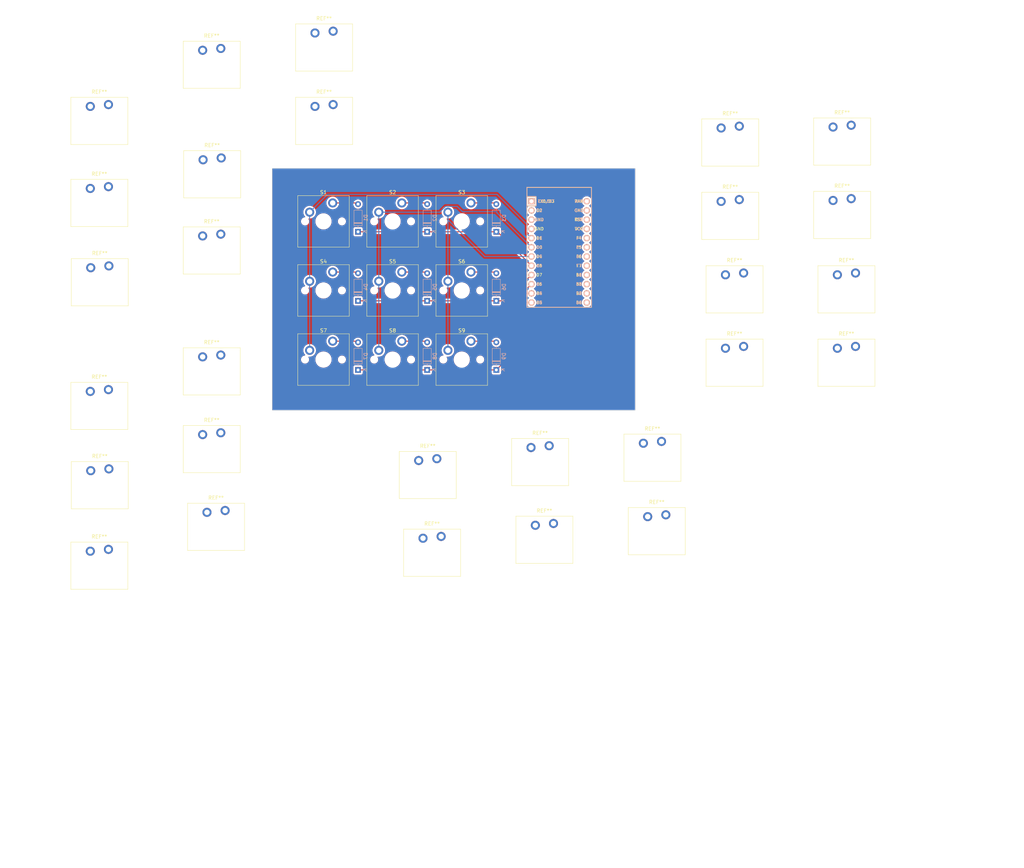
<source format=kicad_pcb>
(kicad_pcb (version 20221018) (generator pcbnew)
  (layers (0 "F.Cu" signal) (31 "B.Cu" signal) (34 "B.Paste" user) (35 "F.Paste" user) (36 "B.SilkS" user "B.Silkscreen") (37 "F.SilkS" user "F.Silkscreen") (38 "B.Mask" user) (39 "F.Mask" user) (44 "Edge.Cuts" user))
  (net 0 "")
  (net 1 "Row 0")
  (net 2 "Net-(D1-A)")
  (net 3 "Row 1")
  (net 4 "Net-(D2-A)")
  (net 5 "Row 2")
  (net 6 "Net-(D3-A)")
  (net 7 "Net-(D4-A)")
  (net 8 "Net-(D5-A)")
  (net 9 "Net-(D6-A)")
  (net 10 "Net-(D7-A)")
  (net 11 "Net-(D8-A)")
  (net 12 "Net-(D9-A)")
  (net 13 "Column 0")
  (net 14 "Column 2")
  (footprint "ScottoKeebs_Alps:Alps_1.50u" (layer "F.Cu") (at 175.021875 166.6875)
    (fp_text reference "REF**" (at 0 -8) (layer "F.SilkS"))
    (fp_text value "Alps_1.50u")
    (pad "1" thru_hole circle (at -2.5 -4) (size 2.5 2.5) (drill 1.5) (layers "*.Cu" "*.Mask"))
    (pad "2" thru_hole circle (at 2.5 -4.5) (size 2.5 2.5) (drill 1.5) (layers "*.Cu" "*.Mask"))
  )
  (footprint "ScottoKeebs_Alps:Alps_1.50u" (layer "F.Cu") (at 227.409375 117.871875)
    (fp_text reference "REF**" (at 0 -8) (layer "F.SilkS"))
    (fp_text value "Alps_1.50u")
    (pad "1" thru_hole circle (at -2.5 -4) (size 2.5 2.5) (drill 1.5) (layers "*.Cu" "*.Mask"))
    (pad "2" thru_hole circle (at 2.5 -4.5) (size 2.5 2.5) (drill 1.5) (layers "*.Cu" "*.Mask"))
  )
  (footprint "ScottoKeebs_Alps:Alps_1.50u" (layer "F.Cu") (at 52.3875 173.83125)
    (fp_text reference "REF**" (at 0 -8) (layer "F.SilkS"))
    (fp_text value "Alps_1.50u")
    (pad "1" thru_hole circle (at -2.5 -4) (size 2.5 2.5) (drill 1.5) (layers "*.Cu" "*.Mask"))
    (pad "2" thru_hole circle (at 2.5 -4.5) (size 2.5 2.5) (drill 1.5) (layers "*.Cu" "*.Mask"))
  )
  (footprint "ScottoKeebs_Alps:Alps_1.50u" (layer "F.Cu") (at 114.3 51.196875)
    (fp_text reference "REF**" (at 0 -8) (layer "F.SilkS"))
    (fp_text value "Alps_1.50u")
    (pad "1" thru_hole circle (at -2.5 -4) (size 2.5 2.5) (drill 1.5) (layers "*.Cu" "*.Mask"))
    (pad "2" thru_hole circle (at 2.5 -4.5) (size 2.5 2.5) (drill 1.5) (layers "*.Cu" "*.Mask"))
  )
  (footprint "ScottoKeebs_Alps:Alps_1.50u" (layer "F.Cu") (at 83.34375 141.684375)
    (fp_text reference "REF**" (at 0 -8) (layer "F.SilkS"))
    (fp_text value "Alps_1.50u")
    (pad "1" thru_hole circle (at -2.5 -4) (size 2.5 2.5) (drill 1.5) (layers "*.Cu" "*.Mask"))
    (pad "2" thru_hole circle (at 2.5 -4.5) (size 2.5 2.5) (drill 1.5) (layers "*.Cu" "*.Mask"))
  )
  (footprint "ScottoKeebs_MX:MX_PCB_1.00u" (layer "F.Cu") (at 133.19125 116.99875)
    (fp_text reference "S8" (at 0 -8) (layer "F.SilkS"))
    (fp_text value "Keyswitch")
    (pad "" np_thru_hole circle (at -5.08 0) (size 1.75 1.75) (drill 1.75) (layers "F&B.Cu" "*.Mask"))
    (pad "" np_thru_hole circle (at 0 0) (size 4 4) (drill 4) (layers "F&B.Cu" "*.Mask"))
    (pad "" np_thru_hole circle (at 5.08 0) (size 1.75 1.75) (drill 1.75) (layers "F&B.Cu" "*.Mask"))
    (pad "1" thru_hole circle (at -3.81 -2.54) (size 2.5 2.5) (drill 1.5) (layers "*.Cu" "*.Mask") (net 13 "Column 0"))
    (pad "2" thru_hole circle (at 2.54 -5.08) (size 2.5 2.5) (drill 1.5) (layers "*.Cu" "*.Mask") (net 11 "Net-(D8-A)"))
  )
  (footprint "ScottoKeebs_Alps:Alps_1.50u" (layer "F.Cu") (at 83.34375 86.915625)
    (fp_text reference "REF**" (at 0 -8) (layer "F.SilkS"))
    (fp_text value "Alps_1.50u")
    (pad "1" thru_hole circle (at -2.5 -4) (size 2.5 2.5) (drill 1.5) (layers "*.Cu" "*.Mask"))
    (pad "2" thru_hole circle (at 2.5 -4.5) (size 2.5 2.5) (drill 1.5) (layers "*.Cu" "*.Mask"))
  )
  (footprint "ScottoKeebs_MX:MX_PCB_1.00u" (layer "F.Cu") (at 114.14125 97.94875)
    (fp_text reference "S4" (at 0 -8) (layer "F.SilkS"))
    (fp_text value "Keyswitch")
    (pad "" np_thru_hole circle (at -5.08 0) (size 1.75 1.75) (drill 1.75) (layers "F&B.Cu" "*.Mask"))
    (pad "" np_thru_hole circle (at 0 0) (size 4 4) (drill 4) (layers "F&B.Cu" "*.Mask"))
    (pad "" np_thru_hole circle (at 5.08 0) (size 1.75 1.75) (drill 1.75) (layers "F&B.Cu" "*.Mask"))
    (pad "1" thru_hole circle (at -3.81 -2.54) (size 2.5 2.5) (drill 1.5) (layers "*.Cu" "*.Mask") (net 13 "Column 0"))
    (pad "2" thru_hole circle (at 2.54 -5.08) (size 2.5 2.5) (drill 1.5) (layers "*.Cu" "*.Mask") (net 7 "Net-(D4-A)"))
  )
  (footprint "ScottoKeebs_MX:MX_PCB_1.00u" (layer "F.Cu") (at 133.19125 78.89875)
    (fp_text reference "S2" (at 0 -8) (layer "F.SilkS"))
    (fp_text value "Keyswitch")
    (pad "" np_thru_hole circle (at -5.08 0) (size 1.75 1.75) (drill 1.75) (layers "F&B.Cu" "*.Mask"))
    (pad "" np_thru_hole circle (at 0 0) (size 4 4) (drill 4) (layers "F&B.Cu" "*.Mask"))
    (pad "" np_thru_hole circle (at 5.08 0) (size 1.75 1.75) (drill 1.75) (layers "F&B.Cu" "*.Mask"))
    (pad "1" thru_hole circle (at -3.81 -2.54) (size 2.5 2.5) (drill 1.5) (layers "*.Cu" "*.Mask") (net 13 "Column 0"))
    (pad "2" thru_hole circle (at 2.54 -5.08) (size 2.5 2.5) (drill 1.5) (layers "*.Cu" "*.Mask") (net 4 "Net-(D2-A)"))
  )
  (footprint "ScottoKeebs_Alps:Alps_1.50u" (layer "F.Cu") (at 83.34375 120.253125)
    (fp_text reference "REF**" (at 0 -8) (layer "F.SilkS"))
    (fp_text value "Alps_1.50u")
    (pad "1" thru_hole circle (at -2.5 -4) (size 2.5 2.5) (drill 1.5) (layers "*.Cu" "*.Mask"))
    (pad "2" thru_hole circle (at 2.5 -4.5) (size 2.5 2.5) (drill 1.5) (layers "*.Cu" "*.Mask"))
  )
  (footprint "ScottoKeebs_Alps:Alps_1.50u" (layer "F.Cu") (at 83.34375 35.71875)
    (fp_text reference "REF**" (at 0 -8) (layer "F.SilkS"))
    (fp_text value "Alps_1.50u")
    (pad "1" thru_hole circle (at -2.5 -4) (size 2.5 2.5) (drill 1.5) (layers "*.Cu" "*.Mask"))
    (pad "2" thru_hole circle (at 2.5 -4.5) (size 2.5 2.5) (drill 1.5) (layers "*.Cu" "*.Mask"))
  )
  (footprint "ScottoKeebs_Alps:Alps_1.50u" (layer "F.Cu") (at 52.3875 129.778125)
    (fp_text reference "REF**" (at 0 -8) (layer "F.SilkS"))
    (fp_text value "Alps_1.50u")
    (pad "1" thru_hole circle (at -2.5 -4) (size 2.5 2.5) (drill 1.5) (layers "*.Cu" "*.Mask"))
    (pad "2" thru_hole circle (at 2.5 -4.5) (size 2.5 2.5) (drill 1.5) (layers "*.Cu" "*.Mask"))
  )
  (footprint "ScottoKeebs_Alps:Alps_1.50u" (layer "F.Cu") (at 52.50625 151.6375)
    (fp_text reference "REF**" (at 0 -8) (layer "F.SilkS"))
    (fp_text value "Alps_1.50u")
    (pad "1" thru_hole circle (at -2.5 -4) (size 2.5 2.5) (drill 1.5) (layers "*.Cu" "*.Mask"))
    (pad "2" thru_hole circle (at 2.5 -4.5) (size 2.5 2.5) (drill 1.5) (layers "*.Cu" "*.Mask"))
  )
  (footprint "ScottoKeebs_MX:MX_PCB_1.00u" (layer "F.Cu") (at 152.24125 116.99875)
    (fp_text reference "S9" (at 0 -8) (layer "F.SilkS"))
    (fp_text value "Keyswitch")
    (pad "" np_thru_hole circle (at -5.08 0) (size 1.75 1.75) (drill 1.75) (layers "F&B.Cu" "*.Mask"))
    (pad "" np_thru_hole circle (at 0 0) (size 4 4) (drill 4) (layers "F&B.Cu" "*.Mask"))
    (pad "" np_thru_hole circle (at 5.08 0) (size 1.75 1.75) (drill 1.75) (layers "F&B.Cu" "*.Mask"))
    (pad "1" thru_hole circle (at -3.81 -2.54) (size 2.5 2.5) (drill 1.5) (layers "*.Cu" "*.Mask") (net 14 "Column 2"))
    (pad "2" thru_hole circle (at 2.54 -5.08) (size 2.5 2.5) (drill 1.5) (layers "*.Cu" "*.Mask") (net 12 "Net-(D9-A)"))
  )
  (footprint "ScottoKeebs_Alps:Alps_1.50u" (layer "F.Cu") (at 258.246875 117.871875)
    (fp_text reference "REF**" (at 0 -8) (layer "F.SilkS"))
    (fp_text value "Alps_1.50u")
    (pad "1" thru_hole circle (at -2.5 -4) (size 2.5 2.5) (drill 1.5) (layers "*.Cu" "*.Mask"))
    (pad "2" thru_hole circle (at 2.5 -4.5) (size 2.5 2.5) (drill 1.5) (layers "*.Cu" "*.Mask"))
  )
  (footprint "ScottoKeebs_Alps:Alps_1.50u" (layer "F.Cu") (at 52.3875 51.196875)
    (fp_text reference "REF**" (at 0 -8) (layer "F.SilkS"))
    (fp_text value "Alps_1.50u")
    (pad "1" thru_hole circle (at -2.5 -4) (size 2.5 2.5) (drill 1.5) (layers "*.Cu" "*.Mask"))
    (pad "2" thru_hole circle (at 2.5 -4.5) (size 2.5 2.5) (drill 1.5) (layers "*.Cu" "*.Mask"))
  )
  (footprint "ScottoKeebs_Alps:Alps_1.50u" (layer "F.Cu") (at 84.534375 163.115625)
    (fp_text reference "REF**" (at 0 -8) (layer "F.SilkS"))
    (fp_text value "Alps_1.50u")
    (pad "1" thru_hole circle (at -2.5 -4) (size 2.5 2.5) (drill 1.5) (layers "*.Cu" "*.Mask"))
    (pad "2" thru_hole circle (at 2.5 -4.5) (size 2.5 2.5) (drill 1.5) (layers "*.Cu" "*.Mask"))
  )
  (footprint "ScottoKeebs_MX:MX_PCB_1.00u" (layer "F.Cu") (at 152.24125 97.94875)
    (fp_text reference "S6" (at 0 -8) (layer "F.SilkS"))
    (fp_text value "Keyswitch")
    (pad "" np_thru_hole circle (at -5.08 0) (size 1.75 1.75) (drill 1.75) (layers "F&B.Cu" "*.Mask"))
    (pad "" np_thru_hole circle (at 0 0) (size 4 4) (drill 4) (layers "F&B.Cu" "*.Mask"))
    (pad "" np_thru_hole circle (at 5.08 0) (size 1.75 1.75) (drill 1.75) (layers "F&B.Cu" "*.Mask"))
    (pad "1" thru_hole circle (at -3.81 -2.54) (size 2.5 2.5) (drill 1.5) (layers "*.Cu" "*.Mask") (net 14 "Column 2"))
    (pad "2" thru_hole circle (at 2.54 -5.08) (size 2.5 2.5) (drill 1.5) (layers "*.Cu" "*.Mask") (net 9 "Net-(D6-A)"))
  )
  (footprint "ScottoKeebs_Alps:Alps_1.50u" (layer "F.Cu") (at 52.3875 73.81875)
    (fp_text reference "REF**" (at 0 -8) (layer "F.SilkS"))
    (fp_text value "Alps_1.50u")
    (pad "1" thru_hole circle (at -2.5 -4) (size 2.5 2.5) (drill 1.5) (layers "*.Cu" "*.Mask"))
    (pad "2" thru_hole circle (at 2.5 -4.5) (size 2.5 2.5) (drill 1.5) (layers "*.Cu" "*.Mask"))
  )
  (footprint "ScottoKeebs_Alps:Alps_1.50u" (layer "F.Cu") (at 226.21875 77.390625)
    (fp_text reference "REF**" (at 0 -8) (layer "F.SilkS"))
    (fp_text value "Alps_1.50u")
    (pad "1" thru_hole circle (at -2.5 -4) (size 2.5 2.5) (drill 1.5) (layers "*.Cu" "*.Mask"))
    (pad "2" thru_hole circle (at 2.5 -4.5) (size 2.5 2.5) (drill 1.5) (layers "*.Cu" "*.Mask"))
  )
  (footprint "ScottoKeebs_MX:MX_PCB_1.00u" (layer "F.Cu") (at 114.14125 116.99875)
    (fp_text reference "S7" (at 0 -8) (layer "F.SilkS"))
    (fp_text value "Keyswitch")
    (pad "" np_thru_hole circle (at -5.08 0) (size 1.75 1.75) (drill 1.75) (layers "F&B.Cu" "*.Mask"))
    (pad "" np_thru_hole circle (at 0 0) (size 4 4) (drill 4) (layers "F&B.Cu" "*.Mask"))
    (pad "" np_thru_hole circle (at 5.08 0) (size 1.75 1.75) (drill 1.75) (layers "F&B.Cu" "*.Mask"))
    (pad "1" thru_hole circle (at -3.81 -2.54) (size 2.5 2.5) (drill 1.5) (layers "*.Cu" "*.Mask") (net 13 "Column 0"))
    (pad "2" thru_hole circle (at 2.54 -5.08) (size 2.5 2.5) (drill 1.5) (layers "*.Cu" "*.Mask") (net 10 "Net-(D7-A)"))
  )
  (footprint "ScottoKeebs_Alps:Alps_1.50u" (layer "F.Cu") (at 204.7875 144.065625)
    (fp_text reference "REF**" (at 0 -8) (layer "F.SilkS"))
    (fp_text value "Alps_1.50u")
    (pad "1" thru_hole circle (at -2.5 -4) (size 2.5 2.5) (drill 1.5) (layers "*.Cu" "*.Mask"))
    (pad "2" thru_hole circle (at 2.5 -4.5) (size 2.5 2.5) (drill 1.5) (layers "*.Cu" "*.Mask"))
  )
  (footprint "ScottoKeebs_Alps:Alps_1.50u" (layer "F.Cu") (at 257.05625 56.8875)
    (fp_text reference "REF**" (at 0 -8) (layer "F.SilkS"))
    (fp_text value "Alps_1.50u")
    (pad "1" thru_hole circle (at -2.5 -4) (size 2.5 2.5) (drill 1.5) (layers "*.Cu" "*.Mask"))
    (pad "2" thru_hole circle (at 2.5 -4.5) (size 2.5 2.5) (drill 1.5) (layers "*.Cu" "*.Mask"))
  )
  (footprint "ScottoKeebs_Alps:Alps_1.50u" (layer "F.Cu") (at 144.065625 170.259375)
    (fp_text reference "REF**" (at 0 -8) (layer "F.SilkS"))
    (fp_text value "Alps_1.50u")
    (pad "1" thru_hole circle (at -2.5 -4) (size 2.5 2.5) (drill 1.5) (layers "*.Cu" "*.Mask"))
    (pad "2" thru_hole circle (at 2.5 -4.5) (size 2.5 2.5) (drill 1.5) (layers "*.Cu" "*.Mask"))
  )
  (footprint "ScottoKeebs_Alps:Alps_1.50u" (layer "F.Cu") (at 205.978125 164.30625)
    (fp_text reference "REF**" (at 0 -8) (layer "F.SilkS"))
    (fp_text value "Alps_1.50u")
    (pad "1" thru_hole circle (at -2.5 -4) (size 2.5 2.5) (drill 1.5) (layers "*.Cu" "*.Mask"))
    (pad "2" thru_hole circle (at 2.5 -4.5) (size 2.5 2.5) (drill 1.5) (layers "*.Cu" "*.Mask"))
  )
  (footprint "ScottoKeebs_MX:MX_PCB_1.00u" (layer "F.Cu") (at 152.24125 78.89875)
    (fp_text reference "S3" (at 0 -8) (layer "F.SilkS"))
    (fp_text value "Keyswitch")
    (pad "" np_thru_hole circle (at -5.08 0) (size 1.75 1.75) (drill 1.75) (layers "F&B.Cu" "*.Mask"))
    (pad "" np_thru_hole circle (at 0 0) (size 4 4) (drill 4) (layers "F&B.Cu" "*.Mask"))
    (pad "" np_thru_hole circle (at 5.08 0) (size 1.75 1.75) (drill 1.75) (layers "F&B.Cu" "*.Mask"))
    (pad "1" thru_hole circle (at -3.81 -2.54) (size 2.5 2.5) (drill 1.5) (layers "*.Cu" "*.Mask") (net 14 "Column 2"))
    (pad "2" thru_hole circle (at 2.54 -5.08) (size 2.5 2.5) (drill 1.5) (layers "*.Cu" "*.Mask") (net 6 "Net-(D3-A)"))
  )
  (footprint "ScottoKeebs_Alps:Alps_1.50u" (layer "F.Cu") (at 52.50625 95.678125)
    (fp_text reference "REF**" (at 0 -8) (layer "F.SilkS"))
    (fp_text value "Alps_1.50u")
    (pad "1" thru_hole circle (at -2.5 -4) (size 2.5 2.5) (drill 1.5) (layers "*.Cu" "*.Mask"))
    (pad "2" thru_hole circle (at 2.5 -4.5) (size 2.5 2.5) (drill 1.5) (layers "*.Cu" "*.Mask"))
  )
  (footprint "ScottoKeebs_Alps:Alps_1.50u" (layer "F.Cu") (at 142.875 148.828125)
    (fp_text reference "REF**" (at 0 -8) (layer "F.SilkS"))
    (fp_text value "Alps_1.50u")
    (pad "1" thru_hole circle (at -2.5 -4) (size 2.5 2.5) (drill 1.5) (layers "*.Cu" "*.Mask"))
    (pad "2" thru_hole circle (at 2.5 -4.5) (size 2.5 2.5) (drill 1.5) (layers "*.Cu" "*.Mask"))
  )
  (footprint "ScottoKeebs_Alps:Alps_1.50u" (layer "F.Cu") (at 226.21875 57.15)
    (fp_text reference "REF**" (at 0 -8) (layer "F.SilkS"))
    (fp_text value "Alps_1.50u")
    (pad "1" thru_hole circle (at -2.5 -4) (size 2.5 2.5) (drill 1.5) (layers "*.Cu" "*.Mask"))
    (pad "2" thru_hole circle (at 2.5 -4.5) (size 2.5 2.5) (drill 1.5) (layers "*.Cu" "*.Mask"))
  )
  (footprint "ScottoKeebs_MCU:Arduino_Pro_Micro" (layer "F.Cu") (at 179.07 87.3125)
    (fp_text reference "U1" hide)
    (fp_text value "Arduino_Pro_Micro" hide)
    (fp_text user "F6" (at 5.461 1.27) (layer "B.SilkS") (effects (font (size 0.8 0.8)) (justify mirror)))
    (fp_text user "ST" (at 5.04 -8.91) (layer "B.SilkS") (effects (font (size 0.8 0.8)) (justify mirror)))
    (fp_text user "RAW" (at 5.461 -13.97) (layer "B.SilkS") (effects (font (size 0.8 0.8)) (justify mirror)))
    (fp_text user "F5" (at 5.461 -1.27) (layer "B.SilkS") (effects (font (size 0.8 0.8)) (justify mirror)))
    (fp_text user "D1" (at -5.461 -3.81) (layer "B.SilkS") (effects (font (size 0.8 0.8)) (justify mirror)))
    (fp_text user "D4" (at -5.461 1.27) (layer "B.SilkS") (effects (font (size 0.8 0.8)) (justify mirror)))
    (fp_text user "D0" (at -5.461 -1.27) (layer "B.SilkS") (effects (font (size 0.8 0.8)) (justify mirror)))
    (fp_text user "F7" (at 5.461 3.81) (layer "B.SilkS") (effects (font (size 0.8 0.8)) (justify mirror)))
    (fp_text user "GND" (at -5.461 -8.89) (layer "B.SilkS") (effects (font (size 0.8 0.8)) (justify mirror)))
    (fp_text user "GND" (at 5.461 -11.43) (layer "B.SilkS") (effects (font (size 0.8 0.8)) (justify mirror)))
    (fp_text user "B2" (at 5.461 11.43) (layer "B.SilkS") (effects (font (size 0.8 0.8)) (justify mirror)))
    (fp_text user "TX0/D3" (at -3.571872 -13.97) (layer "B.SilkS") (effects (font (size 0.8 0.8)) (justify mirror)))
    (fp_text user "B6" (at 5.461 13.97) (layer "B.SilkS") (effects (font (size 0.8 0.8)) (justify mirror)))
    (fp_text user "B5" (at -5.461 13.97) (layer "B.SilkS") (effects (font (size 0.8 0.8)) (justify mirror)))
    (fp_text user "F4" (at 5.461 -3.81) (layer "B.SilkS") (effects (font (size 0.8 0.8)) (justify mirror)))
    (fp_text user "B3" (at 5.461 8.89) (layer "B.SilkS") (effects (font (size 0.8 0.8)) (justify mirror)))
    (fp_text user "B4" (at -5.461 11.43) (layer "B.SilkS") (effects (font (size 0.8 0.8)) (justify mirror)))
    (fp_text user "C6" (at -5.461 3.81) (layer "B.SilkS") (effects (font (size 0.8 0.8)) (justify mirror)))
    (fp_text user "VCC" (at 5.461 -6.35) (layer "B.SilkS") (effects (font (size 0.8 0.8)) (justify mirror)))
    (fp_text user "D2" (at -5.461 -11.43) (layer "B.SilkS") (effects (font (size 0.8 0.8)) (justify mirror)))
    (fp_text user "E6" (at -5.461 8.89) (layer "B.SilkS") (effects (font (size 0.8 0.8)) (justify mirror)))
    (fp_text user "B1" (at 5.461 6.35) (layer "B.SilkS") (effects (font (size 0.8 0.8)) (justify mirror)))
    (fp_text user "GND" (at 5.461 -11.43) (layer "F.SilkS") (effects (font (size 0.8 0.8))))
    (fp_text user "B2" (at 5.461 11.43) (layer "F.SilkS") (effects (font (size 0.8 0.8))))
    (fp_text user "B4" (at -5.461 11.43) (layer "F.SilkS") (effects (font (size 0.8 0.8))))
    (fp_text user "B5" (at -5.461 13.97) (layer "F.SilkS") (effects (font (size 0.8 0.8))))
    (fp_text user "VCC" (at 5.461 -6.35) (layer "F.SilkS") (effects (font (size 0.8 0.8))))
    (fp_text user "D4" (at -5.461 1.27) (layer "F.SilkS") (effects (font (size 0.8 0.8))))
    (fp_text user "F4" (at 5.461 -3.81) (layer "F.SilkS") (effects (font (size 0.8 0.8))))
    (fp_text user "F6" (at 5.461 1.27) (layer "F.SilkS") (effects (font (size 0.8 0.8))))
    (fp_text user "E6" (at -5.461 8.89) (layer "F.SilkS") (effects (font (size 0.8 0.8))))
    (fp_text user "D0" (at -5.461 -1.27) (layer "F.SilkS") (effects (font (size 0.8 0.8))))
    (fp_text user "D2" (at -5.461 -11.43) (layer "F.SilkS") (effects (font (size 0.8 0.8))))
    (fp_text user "GND" (at -5.461 -8.89) (layer "F.SilkS") (effects (font (size 0.8 0.8))))
    (fp_text user "F7" (at 5.461 3.81) (layer "F.SilkS") (effects (font (size 0.8 0.8))))
    (fp_text user "B3" (at 5.461 8.89) (layer "F.SilkS") (effects (font (size 0.8 0.8))))
    (fp_text user "ST" (at 5.73312 -8.92) (layer "F.SilkS") (effects (font (size 0.8 0.8))))
    (fp_text user "B6" (at 5.461 13.97) (layer "F.SilkS") (effects (font (size 0.8 0.8))))
    (fp_text user "D1" (at -5.461 -3.81) (layer "F.SilkS") (effects (font (size 0.8 0.8))))
    (fp_text user "D7" (at -5.461 6.35) (layer "F.SilkS") (effects (font (size 0.8 0.8))))
    (fp_text user "RAW" (at 5.461 -13.97) (layer "F.SilkS") (effects (font (size 0.8 0.8))))
    (fp_text user "F5" (at 5.461 -1.27) (layer "F.SilkS") (effects (font (size 0.8 0.8))))
    (fp_text user "TX0/D3" (at -3.571872 -13.97) (layer "F.SilkS") (effects (font (size 0.8 0.8))))
    (fp_text user "GND" (at -5.461 -6.35) (layer "F.SilkS") (effects (font (size 0.8 0.8))))
    (fp_text user "B1" (at 5.461 6.35) (layer "F.SilkS") (effects (font (size 0.8 0.8))))
    (fp_text user "C6" (at -5.461 3.81) (layer "F.SilkS") (effects (font (size 0.8 0.8))))
    (pad "1" thru_hole rect (at -7.62 -13.97 270) (size 1.7526 1.7526) (drill 1.0922) (layers "*.Cu" "*.SilkS" "*.Mask"))
    (pad "2" thru_hole circle (at -7.62 -11.43 270) (size 1.7526 1.7526) (drill 1.0922) (layers "*.Cu" "*.SilkS" "*.Mask"))
    (pad "3" thru_hole circle (at -7.62 -8.89 270) (size 1.7526 1.7526) (drill 1.0922) (layers "*.Cu" "*.SilkS" "*.Mask"))
    (pad "4" thru_hole circle (at -7.62 -6.35 270) (size 1.7526 1.7526) (drill 1.0922) (layers "*.Cu" "*.SilkS" "*.Mask"))
    (pad "5" thru_hole circle (at -7.62 -3.81 270) (size 1.7526 1.7526) (drill 1.0922) (layers "*.Cu" "*.SilkS" "*.Mask") (net 13 "Column 0"))
    (pad "6" thru_hole circle (at -7.62 -1.27 270) (size 1.7526 1.7526) (drill 1.0922) (layers "*.Cu" "*.SilkS" "*.Mask") (net 13 "Column 0"))
    (pad "7" thru_hole circle (at -7.62 1.27 270) (size 1.7526 1.7526) (drill 1.0922) (layers "*.Cu" "*.SilkS" "*.Mask") (net 14 "Column 2"))
    (pad "8" thru_hole circle (at -7.62 3.81 270) (size 1.7526 1.7526) (drill 1.0922) (layers "*.Cu" "*.SilkS" "*.Mask") (net 1 "Row 0"))
    (pad "9" thru_hole circle (at -7.62 6.35 270) (size 1.7526 1.7526) (drill 1.0922) (layers "*.Cu" "*.SilkS" "*.Mask") (net 3 "Row 1"))
    (pad "10" thru_hole circle (at -7.62 8.89 270) (size 1.7526 1.7526) (drill 1.0922) (layers "*.Cu" "*.SilkS" "*.Mask") (net 5 "Row 2"))
    (pad "11" thru_hole circle (at -7.62 11.43 270) (size 1.7526 1.7526) (drill 1.0922) (layers "*.Cu" "*.SilkS" "*.Mask"))
    (pad "12" thru_hole circle (at -7.62 13.97 270) (size 1.7526 1.7526) (drill 1.0922) (layers "*.Cu" "*.SilkS" "*.Mask"))
    (pad "13" thru_hole circle (at 7.62 13.97 270) (size 1.7526 1.7526) (drill 1.0922) (layers "*.Cu" "*.SilkS" "*.Mask"))
    (pad "14" thru_hole circle (at 7.62 11.43 270) (size 1.7526 1.7526) (drill 1.0922) (layers "*.Cu" "*.SilkS" "*.Mask"))
    (pad "15" thru_hole circle (at 7.62 8.89 270) (size 1.7526 1.7526) (drill 1.0922) (layers "*.Cu" "*.SilkS" "*.Mask"))
    (pad "16" thru_hole circle (at 7.62 6.35 270) (size 1.7526 1.7526) (drill 1.0922) (layers "*.Cu" "*.SilkS" "*.Mask"))
    (pad "17" thru_hole circle (at 7.62 3.81 270) (size 1.7526 1.7526) (drill 1.0922) (layers "*.Cu" "*.SilkS" "*.Mask"))
    (pad "18" thru_hole circle (at 7.62 1.27 270) (size 1.7526 1.7526) (drill 1.0922) (layers "*.Cu" "*.SilkS" "*.Mask"))
    (pad "19" thru_hole circle (at 7.62 -1.27 270) (size 1.7526 1.7526) (drill 1.0922) (layers "*.Cu" "*.SilkS" "*.Mask"))
    (pad "20" thru_hole circle (at 7.62 -3.81 270) (size 1.7526 1.7526) (drill 1.0922) (layers "*.Cu" "*.SilkS" "*.Mask"))
    (pad "21" thru_hole circle (at 7.62 -6.35 270) (size 1.7526 1.7526) (drill 1.0922) (layers "*.Cu" "*.SilkS" "*.Mask"))
    (pad "22" thru_hole circle (at 7.62 -8.89 270) (size 1.7526 1.7526) (drill 1.0922) (layers "*.Cu" "*.SilkS" "*.Mask"))
    (pad "23" thru_hole circle (at 7.62 -11.43 270) (size 1.7526 1.7526) (drill 1.0922) (layers "*.Cu" "*.SilkS" "*.Mask"))
    (pad "24" thru_hole circle (at 7.62 -13.97 270) (size 1.7526 1.7526) (drill 1.0922) (layers "*.Cu" "*.SilkS" "*.Mask"))
  )
  (footprint "ScottoKeebs_MX:MX_PCB_1.00u" (layer "F.Cu") (at 133.19125 97.94875)
    (fp_text reference "S5" (at 0 -8) (layer "F.SilkS"))
    (fp_text value "Keyswitch")
    (pad "" np_thru_hole circle (at -5.08 0) (size 1.75 1.75) (drill 1.75) (layers "F&B.Cu" "*.Mask"))
    (pad "" np_thru_hole circle (at 0 0) (size 4 4) (drill 4) (layers "F&B.Cu" "*.Mask"))
    (pad "" np_thru_hole circle (at 5.08 0) (size 1.75 1.75) (drill 1.75) (layers "F&B.Cu" "*.Mask"))
    (pad "1" thru_hole circle (at -3.81 -2.54) (size 2.5 2.5) (drill 1.5) (layers "*.Cu" "*.Mask") (net 13 "Column 0"))
    (pad "2" thru_hole circle (at 2.54 -5.08) (size 2.5 2.5) (drill 1.5) (layers "*.Cu" "*.Mask") (net 8 "Net-(D5-A)"))
  )
  (footprint "ScottoKeebs_Alps:Alps_1.50u" (layer "F.Cu") (at 114.3 30.95625)
    (fp_text reference "REF**" (at 0 -8) (layer "F.SilkS"))
    (fp_text value "Alps_1.50u")
    (pad "1" thru_hole circle (at -2.5 -4) (size 2.5 2.5) (drill 1.5) (layers "*.Cu" "*.Mask"))
    (pad "2" thru_hole circle (at 2.5 -4.5) (size 2.5 2.5) (drill 1.5) (layers "*.Cu" "*.Mask"))
  )
  (footprint "ScottoKeebs_Alps:Alps_1.50u" (layer "F.Cu") (at 173.83125 145.25625)
    (fp_text reference "REF**" (at 0 -8) (layer "F.SilkS"))
    (fp_text value "Alps_1.50u")
    (pad "1" thru_hole circle (at -2.5 -4) (size 2.5 2.5) (drill 1.5) (layers "*.Cu" "*.Mask"))
    (pad "2" thru_hole circle (at 2.5 -4.5) (size 2.5 2.5) (drill 1.5) (layers "*.Cu" "*.Mask"))
  )
  (footprint "ScottoKeebs_Alps:Alps_1.50u" (layer "F.Cu") (at 83.4625 65.9125)
    (fp_text reference "REF**" (at 0 -8) (layer "F.SilkS"))
    (fp_text value "Alps_1.50u")
    (pad "1" thru_hole circle (at -2.5 -4) (size 2.5 2.5) (drill 1.5) (layers "*.Cu" "*.Mask"))
    (pad "2" thru_hole circle (at 2.5 -4.5) (size 2.5 2.5) (drill 1.5) (layers "*.Cu" "*.Mask"))
  )
  (footprint "ScottoKeebs_Alps:Alps_1.50u" (layer "F.Cu") (at 227.409375 97.63125)
    (fp_text reference "REF**" (at 0 -8) (layer "F.SilkS"))
    (fp_text value "Alps_1.50u")
    (pad "1" thru_hole circle (at -2.5 -4) (size 2.5 2.5) (drill 1.5) (layers "*.Cu" "*.Mask"))
    (pad "2" thru_hole circle (at 2.5 -4.5) (size 2.5 2.5) (drill 1.5) (layers "*.Cu" "*.Mask"))
  )
  (footprint "ScottoKeebs_Alps:Alps_1.50u" (layer "F.Cu") (at 258.246875 97.63125)
    (fp_text reference "REF**" (at 0 -8) (layer "F.SilkS"))
    (fp_text value "Alps_1.50u")
    (pad "1" thru_hole circle (at -2.5 -4) (size 2.5 2.5) (drill 1.5) (layers "*.Cu" "*.Mask"))
    (pad "2" thru_hole circle (at 2.5 -4.5) (size 2.5 2.5) (drill 1.5) (layers "*.Cu" "*.Mask"))
  )
  (footprint "ScottoKeebs_Alps:Alps_1.50u" (layer "F.Cu") (at 257.05625 77.128125)
    (fp_text reference "REF**" (at 0 -8) (layer "F.SilkS"))
    (fp_text value "Alps_1.50u")
    (pad "1" thru_hole circle (at -2.5 -4) (size 2.5 2.5) (drill 1.5) (layers "*.Cu" "*.Mask"))
    (pad "2" thru_hole circle (at 2.5 -4.5) (size 2.5 2.5) (drill 1.5) (layers "*.Cu" "*.Mask"))
  )
  (footprint "ScottoKeebs_MX:MX_PCB_1.00u" (layer "F.Cu") (at 114.14125 78.89875)
    (fp_text reference "S1" (at 0 -8) (layer "F.SilkS"))
    (fp_text value "Keyswitch")
    (pad "" np_thru_hole circle (at -5.08 0) (size 1.75 1.75) (drill 1.75) (layers "F&B.Cu" "*.Mask"))
    (pad "" np_thru_hole circle (at 0 0) (size 4 4) (drill 4) (layers "F&B.Cu" "*.Mask"))
    (pad "" np_thru_hole circle (at 5.08 0) (size 1.75 1.75) (drill 1.75) (layers "F&B.Cu" "*.Mask"))
    (pad "1" thru_hole circle (at -3.81 -2.54) (size 2.5 2.5) (drill 1.5) (layers "*.Cu" "*.Mask") (net 13 "Column 0"))
    (pad "2" thru_hole circle (at 2.54 -5.08) (size 2.5 2.5) (drill 1.5) (layers "*.Cu" "*.Mask") (net 2 "Net-(D1-A)"))
  )
  (footprint "ScottoKeebs_Components:Diode_DO-35" (layer "B.Cu") (at 123.66625 100.80625 90)
    (fp_text reference "D4" (at 3.81 2.12 -270) (layer "B.SilkS") (effects (justify mirror)))
    (fp_text value "Diode")
    (fp_text user "K" (at 0 1.8 -270) (layer "B.SilkS") (effects (justify mirror)))
    (pad "1" thru_hole rect (at 0 0 90) (size 1.6 1.6) (drill 0.8) (layers "*.Cu" "*.Mask") (net 3 "Row 1"))
    (pad "2" thru_hole oval (at 7.62 0 90) (size 1.6 1.6) (drill 0.8) (layers "*.Cu" "*.Mask") (net 7 "Net-(D4-A)"))
  )
  (footprint "ScottoKeebs_Components:Diode_DO-35" (layer "B.Cu") (at 123.66625 81.75625 90)
    (fp_text reference "D1" (at 3.81 2.12 -270) (layer "B.SilkS") (effects (justify mirror)))
    (fp_text value "Diode")
    (fp_text user "K" (at 0 1.8 -270) (layer "B.SilkS") (effects (justify mirror)))
    (pad "1" thru_hole rect (at 0 0 90) (size 1.6 1.6) (drill 0.8) (layers "*.Cu" "*.Mask") (net 1 "Row 0"))
    (pad "2" thru_hole oval (at 7.62 0 90) (size 1.6 1.6) (drill 0.8) (layers "*.Cu" "*.Mask") (net 2 "Net-(D1-A)"))
  )
  (footprint "ScottoKeebs_Components:Diode_DO-35" (layer "B.Cu") (at 161.76625 81.75625 90)
    (fp_text reference "D3" (at 3.81 2.12 -270) (layer "B.SilkS") (effects (justify mirror)))
    (fp_text value "Diode")
    (fp_text user "K" (at 0 1.8 -270) (layer "B.SilkS") (effects (justify mirror)))
    (pad "1" thru_hole rect (at 0 0 90) (size 1.6 1.6) (drill 0.8) (layers "*.Cu" "*.Mask") (net 1 "Row 0"))
    (pad "2" thru_hole oval (at 7.62 0 90) (size 1.6 1.6) (drill 0.8) (layers "*.Cu" "*.Mask") (net 6 "Net-(D3-A)"))
  )
  (footprint "ScottoKeebs_Components:Diode_DO-35" (layer "B.Cu") (at 142.71625 119.85625 90)
    (fp_text reference "D8" (at 3.81 2.12 -270) (layer "B.SilkS") (effects (justify mirror)))
    (fp_text value "Diode")
    (fp_text user "K" (at 0 1.8 -270) (layer "B.SilkS") (effects (justify mirror)))
    (pad "1" thru_hole rect (at 0 0 90) (size 1.6 1.6) (drill 0.8) (layers "*.Cu" "*.Mask") (net 5 "Row 2"))
    (pad "2" thru_hole oval (at 7.62 0 90) (size 1.6 1.6) (drill 0.8) (layers "*.Cu" "*.Mask") (net 11 "Net-(D8-A)"))
  )
  (footprint "ScottoKeebs_Components:Diode_DO-35" (layer "B.Cu") (at 161.76625 119.85625 90)
    (fp_text reference "D9" (at 3.81 2.12 -270) (layer "B.SilkS") (effects (justify mirror)))
    (fp_text value "Diode")
    (fp_text user "K" (at 0 1.8 -270) (layer "B.SilkS") (effects (justify mirror)))
    (pad "1" thru_hole rect (at 0 0 90) (size 1.6 1.6) (drill 0.8) (layers "*.Cu" "*.Mask") (net 5 "Row 2"))
    (pad "2" thru_hole oval (at 7.62 0 90) (size 1.6 1.6) (drill 0.8) (layers "*.Cu" "*.Mask") (net 12 "Net-(D9-A)"))
  )
  (footprint "ScottoKeebs_Components:Diode_DO-35" (layer "B.Cu") (at 161.76625 100.80625 90)
    (fp_text reference "D6" (at 3.81 2.12 -270) (layer "B.SilkS") (effects (justify mirror)))
    (fp_text value "Diode")
    (fp_text user "K" (at 0 1.8 -270) (layer "B.SilkS") (effects (justify mirror)))
    (pad "1" thru_hole rect (at 0 0 90) (size 1.6 1.6) (drill 0.8) (layers "*.Cu" "*.Mask") (net 3 "Row 1"))
    (pad "2" thru_hole oval (at 7.62 0 90) (size 1.6 1.6) (drill 0.8) (layers "*.Cu" "*.Mask") (net 9 "Net-(D6-A)"))
  )
  (footprint "ScottoKeebs_Components:Diode_DO-35" (layer "B.Cu") (at 142.71625 100.80625 90)
    (fp_text reference "D5" (at 3.81 2.12 -270) (layer "B.SilkS") (effects (justify mirror)))
    (fp_text value "Diode")
    (fp_text user "K" (at 0 1.8 -270) (layer "B.SilkS") (effects (justify mirror)))
    (pad "1" thru_hole rect (at 0 0 90) (size 1.6 1.6) (drill 0.8) (layers "*.Cu" "*.Mask") (net 3 "Row 1"))
    (pad "2" thru_hole oval (at 7.62 0 90) (size 1.6 1.6) (drill 0.8) (layers "*.Cu" "*.Mask") (net 8 "Net-(D5-A)"))
  )
  (footprint "ScottoKeebs_Components:Diode_DO-35" (layer "B.Cu") (at 142.71625 81.75625 90)
    (fp_text reference "D2" (at 3.81 2.12 -270) (layer "B.SilkS") (effects (justify mirror)))
    (fp_text value "Diode")
    (fp_text user "K" (at 0 1.8 -270) (layer "B.SilkS") (effects (justify mirror)))
    (pad "1" thru_hole rect (at 0 0 90) (size 1.6 1.6) (drill 0.8) (layers "*.Cu" "*.Mask") (net 1 "Row 0"))
    (pad "2" thru_hole oval (at 7.62 0 90) (size 1.6 1.6) (drill 0.8) (layers "*.Cu" "*.Mask") (net 4 "Net-(D2-A)"))
  )
  (footprint "ScottoKeebs_Components:Diode_DO-35" (layer "B.Cu") (at 123.66625 119.85625 90)
    (fp_text reference "D7" (at 3.81 2.12 -270) (layer "B.SilkS") (effects (justify mirror)))
    (fp_text value "Diode")
    (fp_text user "K" (at 0 1.8 -270) (layer "B.SilkS") (effects (justify mirror)))
    (pad "1" thru_hole rect (at 0 0 90) (size 1.6 1.6) (drill 0.8) (layers "*.Cu" "*.Mask") (net 5 "Row 2"))
    (pad "2" thru_hole oval (at 7.62 0 90) (size 1.6 1.6) (drill 0.8) (layers "*.Cu" "*.Mask") (net 10 "Net-(D7-A)"))
  )
  (gr_rect (start 100.0125 64.29375) (end 200.025 130.96875) (stroke (width 0.1)) (fill none) (layer "Edge.Cuts"))
  (segment (start 162.08375 81.75625) (end 171.45 91.1225) (width 0.25) (layer "F.Cu") (net 1))
  (segment (start 123.66625 81.75625) (end 161.76625 81.75625) (width 0.25) (layer "F.Cu") (net 1))
  (segment (start 161.76625 81.75625) (end 162.08375 81.75625) (width 0.25) (layer "F.Cu") (net 1))
  (segment (start 123.34875 73.81875) (end 123.66625 74.13625) (width 0.25) (layer "F.Cu") (net 2))
  (segment (start 116.68125 73.81875) (end 123.34875 73.81875) (width 0.25) (layer "F.Cu") (net 2))
  (segment (start 161.76625 100.80625) (end 164.30625 100.80625) (width 0.25) (layer "F.Cu") (net 3))
  (segment (start 123.66625 100.80625) (end 161.76625 100.80625) (width 0.25) (layer "F.Cu") (net 3))
  (segment (start 164.30625 100.80625) (end 171.45 93.6625) (width 0.25) (layer "F.Cu") (net 3))
  (segment (start 142.39875 73.81875) (end 142.71625 74.13625) (width 0.25) (layer "F.Cu") (net 4))
  (segment (start 135.73125 73.81875) (end 142.39875 73.81875) (width 0.25) (layer "F.Cu") (net 4))
  (segment (start 170.2487 97.4038) (end 171.45 96.2025) (width 0.25) (layer "F.Cu") (net 5))
  (segment (start 123.66625 119.85625) (end 161.76625 119.85625) (width 0.25) (layer "F.Cu") (net 5))
  (segment (start 161.76625 119.85625) (end 170.2487 111.3738) (width 0.25) (layer "F.Cu") (net 5))
  (segment (start 170.2487 111.3738) (end 170.2487 97.4038) (width 0.25) (layer "F.Cu") (net 5))
  (segment (start 161.44875 73.81875) (end 161.76625 74.13625) (width 0.25) (layer "F.Cu") (net 6))
  (segment (start 154.78125 73.81875) (end 161.44875 73.81875) (width 0.25) (layer "F.Cu") (net 6))
  (segment (start 116.68125 92.86875) (end 123.34875 92.86875) (width 0.25) (layer "F.Cu") (net 7))
  (segment (start 123.34875 92.86875) (end 123.66625 93.18625) (width 0.25) (layer "F.Cu") (net 7))
  (segment (start 135.73125 92.86875) (end 142.39875 92.86875) (width 0.25) (layer "F.Cu") (net 8))
  (segment (start 142.39875 92.86875) (end 142.71625 93.18625) (width 0.25) (layer "F.Cu") (net 8))
  (segment (start 161.44875 92.86875) (end 161.76625 93.18625) (width 0.25) (layer "F.Cu") (net 9))
  (segment (start 154.78125 92.86875) (end 161.44875 92.86875) (width 0.25) (layer "F.Cu") (net 9))
  (segment (start 123.34875 111.91875) (end 123.66625 112.23625) (width 0.25) (layer "F.Cu") (net 10))
  (segment (start 116.68125 111.91875) (end 123.34875 111.91875) (width 0.25) (layer "F.Cu") (net 10))
  (segment (start 135.73125 111.91875) (end 142.39875 111.91875) (width 0.25) (layer "F.Cu") (net 11))
  (segment (start 142.39875 111.91875) (end 142.71625 112.23625) (width 0.25) (layer "F.Cu") (net 11))
  (segment (start 154.78125 111.91875) (end 161.44875 111.91875) (width 0.25) (layer "F.Cu") (net 12))
  (segment (start 161.44875 111.91875) (end 161.76625 112.23625) (width 0.25) (layer "F.Cu") (net 12))
  (segment (start 161.925 71.4375) (end 170.2487 79.7612) (width 0.25) (layer "B.Cu") (net 13))
  (segment (start 110.33125 76.35875) (end 110.33125 114.45875) (width 0.25) (layer "B.Cu") (net 13))
  (segment (start 110.33125 76.35875) (end 115.2525 71.4375) (width 0.25) (layer "B.Cu") (net 13))
  (segment (start 129.38125 76.35875) (end 146.203863 76.35875) (width 0.25) (layer "B.Cu") (net 13))
  (segment (start 170.2487 82.3012) (end 171.45 83.5025) (width 0.25) (layer "B.Cu") (net 13))
  (segment (start 129.38125 114.45875) (end 129.38125 76.35875) (width 0.25) (layer "B.Cu") (net 13))
  (segment (start 170.2487 79.7612) (end 170.2487 82.3012) (width 0.25) (layer "B.Cu") (net 13))
  (segment (start 115.2525 71.4375) (end 161.925 71.4375) (width 0.25) (layer "B.Cu") (net 13))
  (segment (start 147.778863 74.78375) (end 150.98375 74.78375) (width 0.25) (layer "B.Cu") (net 13))
  (segment (start 161.925 76.5175) (end 171.45 86.0425) (width 0.25) (layer "B.Cu") (net 13))
  (segment (start 152.4 76.2) (end 161.925 76.2) (width 0.25) (layer "B.Cu") (net 13))
  (segment (start 161.925 76.2) (end 161.925 76.5175) (width 0.25) (layer "B.Cu") (net 13))
  (segment (start 146.203863 76.35875) (end 147.778863 74.78375) (width 0.25) (layer "B.Cu") (net 13))
  (segment (start 150.98375 74.78375) (end 152.4 76.2) (width 0.25) (layer "B.Cu") (net 13))
  (segment (start 148.43125 78.447507) (end 158.566243 88.5825) (width 0.25) (layer "B.Cu") (net 14))
  (segment (start 148.43125 76.35875) (end 148.43125 114.45875) (width 0.25) (layer "B.Cu") (net 14))
  (segment (start 148.43125 76.35875) (end 148.43125 78.447507) (width 0.25) (layer "B.Cu") (net 14))
  (segment (start 158.566243 88.5825) (end 171.45 88.5825) (width 0.25) (layer "B.Cu") (net 14))
  (zone (net 0) (net_name "") (layers "F&B.Cu") (connect_pads (clearance 0.5)) (min_thickness 0.25) (fill yes (thermal_gap 0.5) (thermal_bridge_width 0.5) (island_removal_mode 1) (island_area_min 10))
    (polygon (pts (xy 25.003125 17.859375) (xy 25.003125 257.175) (xy 307.18125 257.175) (xy 307.18125 17.859375)))
  )
)
</source>
